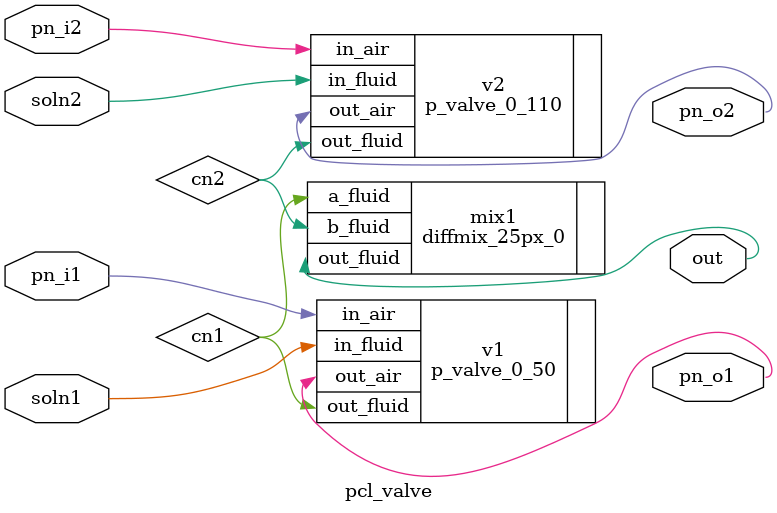
<source format=v>
module pcl_valve (
  soln1,
  soln2,
  out,
  pn_i1,
  pn_i2,
  pn_o1,
  pn_o2
);

input soln1, soln2, pn_i1, pn_i2 ;
output out, pn_o1, pn_o2;
wire cn1, cn2 ;

p_valve_0_50 v1     (.in_fluid(soln1), .out_fluid(cn1), .in_air(pn_i1), .out_air(pn_o1)) ;
p_valve_0_110 v2    (.in_fluid(soln2), .out_fluid(cn2), .in_air(pn_i2), .out_air(pn_o2)) ;
diffmix_25px_0 mix1 (.a_fluid(cn1), .b_fluid(cn2), .out_fluid(out)) ;

endmodule

</source>
